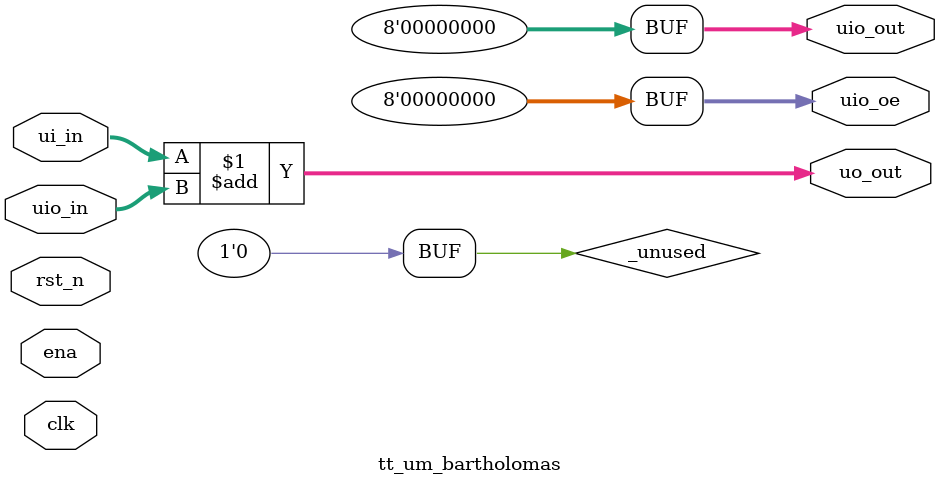
<source format=v>
/*
 * Copyright (c) 2024 Your Name
 * SPDX-License-Identifier: Apache-2.0
 */

`default_nettype none

module tt_um_bartholomas (
    input  wire [7:0] ui_in,    // Dedicated inputs
    output wire [7:0] uo_out,   // Dedicated outputs
    input  wire [7:0] uio_in,   // IOs: Input path
    output wire [7:0] uio_out,  // IOs: Output path
    output wire [7:0] uio_oe,   // IOs: Enable path (active high: 0=input, 1=output)
    input  wire       ena,      // always 1 when the design is powered, so you can ignore it
    input  wire       clk,      // clock
    input  wire       rst_n     // reset_n - low to reset
);

  // All output pins must be assigned. If not used, assign to 0.
  assign uo_out  = ui_in + uio_in;  // Example: ou_out is the sum of ui_in and uio_in
  assign uio_out = 0;
  assign uio_oe  = 0;

  // List all unused inputs to prevent warnings
  wire _unused = &{ena, clk, rst_n, 1'b0};

endmodule

</source>
